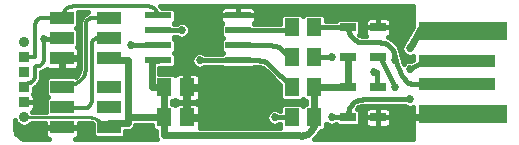
<source format=gtl>
G75*
%MOIN*%
%OFA0B0*%
%FSLAX24Y24*%
%IPPOS*%
%LPD*%
%AMOC8*
5,1,8,0,0,1.08239X$1,22.5*
%
%ADD10R,0.0512X0.0591*%
%ADD11R,0.0531X0.0315*%
%ADD12R,0.0870X0.0240*%
%ADD13R,0.0787X0.0433*%
%ADD14R,0.0350X0.0320*%
%ADD15C,0.0350*%
%ADD16R,0.2953X0.0591*%
%ADD17R,0.2559X0.0394*%
%ADD18C,0.0240*%
%ADD19C,0.0150*%
%ADD20C,0.0100*%
%ADD21C,0.0160*%
%ADD22C,0.0120*%
%ADD23C,0.0270*%
%ADD24C,0.0060*%
D10*
X005806Y001542D03*
X006554Y001542D03*
X006554Y002542D03*
X005806Y002542D03*
X010056Y002542D03*
X010804Y002542D03*
X010804Y001542D03*
X010056Y001542D03*
X010056Y003542D03*
X010804Y003542D03*
X010804Y004542D03*
X010056Y004542D03*
D11*
X011930Y004542D03*
X012930Y004542D03*
X012930Y003542D03*
X011930Y003542D03*
X011930Y002542D03*
X012930Y002542D03*
X012930Y001542D03*
X011930Y001542D03*
D12*
X008260Y003442D03*
X008260Y003942D03*
X008260Y004442D03*
X008260Y004942D03*
X005610Y004942D03*
X005610Y004442D03*
X005610Y003942D03*
X005610Y003442D03*
D13*
X003967Y003523D03*
X002393Y003523D03*
X002393Y004192D03*
X003967Y004192D03*
X003967Y004861D03*
X002393Y004861D03*
X002393Y002551D03*
X003967Y002551D03*
X003967Y001882D03*
X002393Y001882D03*
X002393Y001213D03*
X003967Y001213D03*
D14*
X001130Y002042D03*
X001130Y002542D03*
X001130Y003042D03*
X001130Y003542D03*
D15*
X001130Y004042D03*
X001130Y001542D03*
D16*
X015759Y001664D03*
X015759Y004420D03*
D17*
X015562Y003436D03*
X015562Y002648D03*
D18*
X015881Y001580D02*
X013780Y001542D01*
X010804Y001542D02*
X010804Y001342D01*
X010798Y001301D01*
X010787Y001260D01*
X010773Y001221D01*
X010756Y001183D01*
X010735Y001147D01*
X010710Y001112D01*
X010683Y001081D01*
X010653Y001052D01*
X010620Y001026D01*
X010585Y001003D01*
X010548Y000983D01*
X010510Y000967D01*
X010470Y000954D01*
X010429Y000945D01*
X010388Y000940D01*
X010346Y000939D01*
X010304Y000942D01*
X005780Y000942D01*
X005806Y002542D01*
X005380Y002542D01*
X005380Y003442D01*
X005610Y003442D01*
X004580Y003442D02*
X004580Y001542D01*
X004580Y001342D01*
X003967Y001342D01*
X004580Y001542D02*
X005780Y001542D01*
X005780Y000942D01*
X005806Y001542D02*
X005806Y002542D01*
X005780Y002542D01*
X004580Y003442D02*
X003980Y003442D01*
X010804Y002542D02*
X010804Y001542D01*
X010804Y002542D02*
X011930Y002542D01*
X011930Y003542D01*
X013980Y003842D02*
X014380Y004580D01*
D19*
X011930Y004542D02*
X010804Y004542D01*
X008380Y003942D02*
X008260Y003942D01*
X009980Y003542D02*
X010056Y003542D01*
X003967Y003442D02*
X003967Y003523D01*
X005780Y001542D02*
X005806Y001542D01*
X003967Y001342D02*
X003967Y001213D01*
D20*
X003967Y001342D02*
X003680Y001342D01*
X003553Y001469D02*
X003532Y001487D01*
X003509Y001504D01*
X003484Y001517D01*
X003459Y001528D01*
X003432Y001536D01*
X003404Y001540D01*
X003376Y001542D01*
X001130Y001542D01*
D21*
X000980Y000881D02*
X001110Y000827D01*
X001180Y000820D01*
X001962Y000820D01*
X001929Y000829D01*
X001888Y000852D01*
X001855Y000886D01*
X001831Y000927D01*
X001819Y000973D01*
X001819Y001185D01*
X002364Y001185D01*
X002364Y001241D01*
X001819Y001241D01*
X001819Y001352D01*
X001385Y001352D01*
X001308Y001275D01*
X001193Y001227D01*
X001067Y001227D01*
X000952Y001275D01*
X000863Y001364D01*
X000820Y001467D01*
X000820Y001180D01*
X000827Y001110D01*
X000881Y000980D01*
X000980Y000881D01*
X001082Y000839D02*
X001912Y000839D01*
X001819Y000997D02*
X000874Y000997D01*
X000822Y001156D02*
X001819Y001156D01*
X001580Y001142D02*
X002393Y001242D01*
X002393Y001213D01*
X002421Y001241D02*
X002421Y001352D01*
X002364Y001352D01*
X002364Y001241D01*
X002421Y001241D01*
X002966Y001241D01*
X002966Y001352D01*
X003376Y001352D01*
X003388Y001351D01*
X003388Y001351D01*
X003434Y001306D01*
X003434Y000938D01*
X003516Y000856D01*
X004419Y000856D01*
X004501Y000938D01*
X004501Y001082D01*
X004632Y001082D01*
X004727Y001122D01*
X004800Y001195D01*
X004837Y001282D01*
X005410Y001282D01*
X005410Y001189D01*
X005492Y001107D01*
X005520Y001107D01*
X005520Y000944D01*
X005519Y000895D01*
X005520Y000893D01*
X005520Y000890D01*
X005539Y000845D01*
X005549Y000820D01*
X002824Y000820D01*
X002856Y000829D01*
X002897Y000852D01*
X002930Y000886D01*
X002954Y000927D01*
X002966Y000973D01*
X002966Y001185D01*
X002421Y001185D01*
X002421Y001241D01*
X002421Y001314D02*
X002364Y001314D01*
X001819Y001314D02*
X001347Y001314D01*
X000913Y001314D02*
X000820Y001314D01*
X001405Y001732D02*
X001416Y001738D01*
X001449Y001772D01*
X001473Y001813D01*
X001485Y001859D01*
X001485Y002042D01*
X001130Y002042D01*
X001130Y002042D01*
X001580Y002042D01*
X001485Y002042D02*
X001485Y002226D01*
X001473Y002272D01*
X001449Y002313D01*
X001441Y002320D01*
X001445Y002324D01*
X001445Y002519D01*
X001570Y002590D01*
X001570Y002590D01*
X001570Y002590D01*
X001680Y002782D01*
X001680Y003067D01*
X001705Y003067D01*
X001880Y003168D01*
X001881Y003170D01*
X001888Y003162D01*
X001929Y003139D01*
X001975Y003126D01*
X002364Y003126D01*
X002364Y003495D01*
X002421Y003495D01*
X002421Y003551D01*
X002966Y003551D01*
X002966Y003763D01*
X002954Y003809D01*
X002930Y003850D01*
X002980Y003850D01*
X002930Y003850D02*
X002897Y003883D01*
X002894Y003885D01*
X002926Y003918D01*
X002926Y004467D01*
X002866Y004527D01*
X002926Y004587D01*
X002926Y005042D01*
X003276Y005042D01*
X003101Y004941D01*
X003101Y004941D01*
X002980Y004732D01*
X002980Y003142D01*
X002974Y003084D01*
X002929Y002976D01*
X002853Y002899D01*
X002844Y002908D01*
X001941Y002908D01*
X001859Y002826D01*
X001859Y002277D01*
X001919Y002217D01*
X001859Y002157D01*
X001859Y001732D01*
X001405Y001732D01*
X001459Y001790D02*
X001859Y001790D01*
X001859Y001948D02*
X001485Y001948D01*
X001485Y002042D02*
X001130Y002042D01*
X001485Y002107D02*
X001859Y002107D01*
X001871Y002265D02*
X001475Y002265D01*
X001445Y002424D02*
X001859Y002424D01*
X001859Y002582D02*
X001555Y002582D01*
X001656Y002741D02*
X001859Y002741D01*
X001932Y002899D02*
X001680Y002899D01*
X001680Y003058D02*
X002963Y003058D01*
X002897Y003162D02*
X002856Y003139D01*
X002810Y003126D01*
X002421Y003126D01*
X002421Y003495D01*
X002966Y003495D01*
X002966Y003283D01*
X002954Y003237D01*
X002930Y003196D01*
X002897Y003162D01*
X002942Y003216D02*
X002980Y003216D01*
X002966Y003375D02*
X002980Y003375D01*
X002980Y003533D02*
X002421Y003533D01*
X002421Y003375D02*
X002364Y003375D01*
X002364Y003216D02*
X002421Y003216D01*
X001880Y003168D02*
X001880Y003168D01*
X001880Y003168D01*
X002966Y003692D02*
X002980Y003692D01*
X002980Y004009D02*
X002926Y004009D01*
X002926Y004167D02*
X002980Y004167D01*
X002980Y004326D02*
X002926Y004326D01*
X002909Y004484D02*
X002980Y004484D01*
X002980Y004643D02*
X002926Y004643D01*
X002926Y004801D02*
X003020Y004801D01*
X003101Y004941D02*
X003101Y004941D01*
X003133Y004960D02*
X002926Y004960D01*
X002393Y004192D02*
X002391Y004179D01*
X002386Y004167D01*
X002378Y004157D01*
X002368Y004149D01*
X002356Y004144D01*
X002343Y004142D01*
X001780Y004142D01*
X003967Y003442D02*
X003980Y003442D01*
X005640Y003182D02*
X005640Y002977D01*
X006120Y002977D01*
X006152Y002945D01*
X006154Y002948D01*
X006188Y002982D01*
X006229Y003005D01*
X006274Y003017D01*
X006506Y003017D01*
X006506Y002590D01*
X006602Y002590D01*
X006990Y002590D01*
X006990Y002861D01*
X006978Y002907D01*
X006954Y002948D01*
X006920Y002982D01*
X006879Y003005D01*
X006834Y003017D01*
X006602Y003017D01*
X006602Y002590D01*
X006602Y002494D01*
X006602Y002067D01*
X006834Y002067D01*
X006879Y002079D01*
X006920Y002103D01*
X006954Y002136D01*
X006978Y002177D01*
X006990Y002223D01*
X006990Y002494D01*
X006602Y002494D01*
X006506Y002494D01*
X006506Y002067D01*
X006274Y002067D01*
X006229Y002079D01*
X006188Y002103D01*
X006154Y002136D01*
X006152Y002139D01*
X006120Y002107D01*
X006066Y002107D01*
X006066Y001977D01*
X006120Y001977D01*
X006152Y001945D01*
X006154Y001948D01*
X006188Y001982D01*
X006229Y002005D01*
X006274Y002017D01*
X006506Y002017D01*
X006506Y001590D01*
X006602Y001590D01*
X006990Y001590D01*
X006990Y001861D01*
X006978Y001907D01*
X006954Y001948D01*
X006920Y001982D01*
X006879Y002005D01*
X006834Y002017D01*
X006602Y002017D01*
X006602Y001590D01*
X006602Y001494D01*
X006990Y001494D01*
X006990Y001223D01*
X006984Y001202D01*
X009660Y001202D01*
X009660Y001322D01*
X009649Y001322D01*
X009636Y001309D01*
X009535Y001267D01*
X009425Y001267D01*
X009324Y001309D01*
X009247Y001386D01*
X009205Y001487D01*
X009205Y001597D01*
X009247Y001698D01*
X009324Y001775D01*
X009425Y001817D01*
X009535Y001817D01*
X009636Y001775D01*
X009649Y001762D01*
X009660Y001762D01*
X009660Y001895D01*
X009742Y001977D01*
X010370Y001977D01*
X010430Y001917D01*
X010490Y001977D01*
X010544Y001977D01*
X010544Y002107D01*
X010490Y002107D01*
X010430Y002167D01*
X010370Y002107D01*
X009742Y002107D01*
X009660Y002189D01*
X009660Y002627D01*
X009211Y003076D01*
X009210Y003077D01*
X009147Y003140D01*
X009104Y003175D01*
X009004Y003217D01*
X008949Y003222D01*
X008793Y003222D01*
X008753Y003182D01*
X007767Y003182D01*
X007727Y003222D01*
X007149Y003222D01*
X007136Y003209D01*
X007035Y003167D01*
X006925Y003167D01*
X006824Y003209D01*
X006747Y003286D01*
X006705Y003387D01*
X006705Y003497D01*
X006747Y003598D01*
X006824Y003675D01*
X006925Y003717D01*
X007035Y003717D01*
X007136Y003675D01*
X007149Y003662D01*
X007727Y003662D01*
X007757Y003692D01*
X007685Y003764D01*
X007685Y004120D01*
X007757Y004192D01*
X007685Y004264D01*
X007685Y004620D01*
X007733Y004668D01*
X007714Y004678D01*
X007681Y004712D01*
X007657Y004753D01*
X007645Y004799D01*
X007645Y004942D01*
X008260Y004942D01*
X008260Y004942D01*
X008260Y004942D01*
X008875Y004942D01*
X008875Y004799D01*
X008863Y004753D01*
X008839Y004712D01*
X008806Y004678D01*
X008787Y004668D01*
X008793Y004662D01*
X009660Y004662D01*
X009660Y004895D01*
X009742Y004977D01*
X010370Y004977D01*
X010430Y004917D01*
X010490Y004977D01*
X011118Y004977D01*
X011200Y004895D01*
X011200Y004757D01*
X011524Y004757D01*
X011524Y004758D01*
X011606Y004840D01*
X012254Y004840D01*
X012336Y004758D01*
X012336Y004327D01*
X012305Y004296D01*
X012381Y004267D01*
X012432Y004262D01*
X012532Y004262D01*
X012520Y004274D01*
X012497Y004315D01*
X012484Y004361D01*
X012484Y004542D01*
X012930Y004542D01*
X012930Y004542D01*
X012930Y004542D01*
X013376Y004542D01*
X013376Y004361D01*
X013363Y004315D01*
X013340Y004274D01*
X013306Y004241D01*
X013265Y004217D01*
X013245Y004212D01*
X013388Y004153D01*
X013388Y004153D01*
X013590Y003950D01*
X013590Y003950D01*
X013700Y003685D01*
X013700Y003611D01*
X013713Y003598D01*
X013755Y003497D01*
X013755Y003387D01*
X013754Y003386D01*
X013781Y003332D01*
X013824Y003375D01*
X013925Y003417D01*
X014012Y003417D01*
X014080Y003458D01*
X014080Y003586D01*
X014035Y003567D01*
X013925Y003567D01*
X013824Y003609D01*
X013747Y003686D01*
X013705Y003787D01*
X013705Y003897D01*
X013747Y003998D01*
X013795Y004046D01*
X014080Y004572D01*
X014080Y005264D01*
X005665Y005264D01*
X005704Y005225D01*
X005704Y005225D01*
X005713Y005202D01*
X006103Y005202D01*
X006185Y005120D01*
X006185Y004764D01*
X006113Y004692D01*
X006143Y004662D01*
X006211Y004662D01*
X006224Y004675D01*
X006325Y004717D01*
X006435Y004717D01*
X006536Y004675D01*
X006613Y004598D01*
X006655Y004497D01*
X006655Y004387D01*
X006613Y004286D01*
X006536Y004209D01*
X006435Y004167D01*
X006325Y004167D01*
X006224Y004209D01*
X006211Y004222D01*
X006143Y004222D01*
X006113Y004192D01*
X006185Y004120D01*
X006185Y003764D01*
X006113Y003692D01*
X006185Y003620D01*
X006185Y003264D01*
X006103Y003182D01*
X005640Y003182D01*
X005640Y003058D02*
X009230Y003058D01*
X009005Y003216D02*
X008787Y003216D01*
X009302Y003296D02*
X010056Y002542D01*
X009660Y002582D02*
X006602Y002582D01*
X006602Y002741D02*
X006506Y002741D01*
X006506Y002899D02*
X006602Y002899D01*
X006980Y002899D02*
X009388Y002899D01*
X009303Y003296D02*
X009270Y003325D01*
X009236Y003352D01*
X009199Y003375D01*
X009160Y003395D01*
X009120Y003412D01*
X009078Y003425D01*
X009036Y003434D01*
X008993Y003440D01*
X008949Y003442D01*
X008260Y003442D01*
X006980Y003442D01*
X006720Y003533D02*
X006185Y003533D01*
X006114Y003692D02*
X006863Y003692D01*
X007097Y003692D02*
X007756Y003692D01*
X007685Y003850D02*
X006185Y003850D01*
X006185Y004009D02*
X007685Y004009D01*
X007732Y004167D02*
X006138Y004167D01*
X006629Y004326D02*
X007685Y004326D01*
X007685Y004484D02*
X006655Y004484D01*
X006569Y004643D02*
X007707Y004643D01*
X007645Y004801D02*
X006185Y004801D01*
X006185Y004960D02*
X007645Y004960D01*
X007645Y004942D02*
X008260Y004942D01*
X008875Y004942D01*
X008875Y005086D01*
X008863Y005132D01*
X008839Y005173D01*
X008806Y005206D01*
X008764Y005230D01*
X008719Y005242D01*
X008260Y005242D01*
X007801Y005242D01*
X007756Y005230D01*
X007714Y005206D01*
X007681Y005173D01*
X007657Y005132D01*
X007645Y005086D01*
X007645Y004942D01*
X007654Y005118D02*
X006185Y005118D01*
X006380Y004442D02*
X005610Y004442D01*
X005610Y003942D02*
X004680Y003942D01*
X006185Y003375D02*
X006710Y003375D01*
X006817Y003216D02*
X006137Y003216D01*
X007143Y003216D02*
X007733Y003216D01*
X006990Y002741D02*
X009547Y002741D01*
X009660Y002424D02*
X006990Y002424D01*
X006990Y002265D02*
X009660Y002265D01*
X010544Y002107D02*
X006924Y002107D01*
X006602Y002107D02*
X006506Y002107D01*
X006184Y002107D02*
X006066Y002107D01*
X006149Y001948D02*
X006154Y001948D01*
X006506Y001948D02*
X006602Y001948D01*
X006954Y001948D02*
X009713Y001948D01*
X009660Y001790D02*
X009602Y001790D01*
X009358Y001790D02*
X006990Y001790D01*
X006602Y001790D02*
X006506Y001790D01*
X006506Y001631D02*
X006602Y001631D01*
X006554Y001542D02*
X007280Y001542D01*
X006990Y001473D02*
X009211Y001473D01*
X009319Y001314D02*
X006990Y001314D01*
X007280Y001542D02*
X007306Y001540D01*
X007332Y001535D01*
X007357Y001527D01*
X007380Y001515D01*
X007402Y001501D01*
X007421Y001483D01*
X007439Y001464D01*
X007453Y001442D01*
X007465Y001419D01*
X007473Y001394D01*
X007478Y001368D01*
X007480Y001342D01*
X006990Y001631D02*
X009219Y001631D01*
X009480Y001542D02*
X010056Y001542D01*
X009660Y001314D02*
X009641Y001314D01*
X010780Y000820D02*
X010910Y000924D01*
X010910Y000924D01*
X010910Y000924D01*
X011011Y001107D01*
X011118Y001107D01*
X011200Y001189D01*
X011200Y001333D01*
X011224Y001309D01*
X011325Y001267D01*
X011435Y001267D01*
X011536Y001309D01*
X011539Y001312D01*
X011606Y001245D01*
X012254Y001245D01*
X012336Y001327D01*
X012336Y001758D01*
X012254Y001840D01*
X012239Y001840D01*
X012274Y001875D01*
X012375Y001917D01*
X012430Y001922D01*
X013811Y001922D01*
X013824Y001909D01*
X013925Y001867D01*
X014035Y001867D01*
X014080Y001886D01*
X014080Y000820D01*
X010780Y000820D01*
X010803Y000839D02*
X014080Y000839D01*
X013780Y000942D02*
X013780Y001542D01*
X012930Y001542D01*
X012930Y001205D01*
X013219Y001205D01*
X013265Y001217D01*
X013306Y001241D01*
X013340Y001274D01*
X013363Y001315D01*
X013376Y001361D01*
X013376Y001542D01*
X012930Y001542D01*
X012930Y001542D01*
X012930Y001205D01*
X012641Y001205D01*
X012595Y001217D01*
X012554Y001241D01*
X012520Y001274D01*
X012497Y001315D01*
X012484Y001361D01*
X012484Y001542D01*
X012930Y001542D01*
X012930Y001542D01*
X012930Y001542D01*
X013376Y001542D01*
X013376Y001723D01*
X013363Y001769D01*
X013340Y001810D01*
X013306Y001844D01*
X013265Y001867D01*
X013219Y001880D01*
X012930Y001880D01*
X012641Y001880D01*
X012595Y001867D01*
X012554Y001844D01*
X012520Y001810D01*
X012497Y001769D01*
X012484Y001723D01*
X012484Y001542D01*
X012930Y001542D01*
X012930Y001880D01*
X012930Y001542D01*
X012930Y001542D01*
X012930Y001473D02*
X012930Y001473D01*
X012930Y001314D02*
X012930Y001314D01*
X012497Y001314D02*
X012323Y001314D01*
X012336Y001473D02*
X012484Y001473D01*
X012484Y001631D02*
X012336Y001631D01*
X011930Y001642D02*
X011932Y001686D01*
X011938Y001729D01*
X011947Y001771D01*
X011960Y001813D01*
X011977Y001853D01*
X011997Y001892D01*
X012020Y001929D01*
X012047Y001963D01*
X012076Y001996D01*
X012109Y002025D01*
X012143Y002052D01*
X012180Y002075D01*
X012219Y002095D01*
X012259Y002112D01*
X012301Y002125D01*
X012343Y002134D01*
X012386Y002140D01*
X012430Y002142D01*
X013980Y002142D01*
X014080Y001790D02*
X013352Y001790D01*
X012930Y001790D02*
X012930Y001790D01*
X012508Y001790D02*
X012304Y001790D01*
X011930Y001642D02*
X011930Y001542D01*
X011380Y001542D01*
X011219Y001314D02*
X011200Y001314D01*
X011166Y001156D02*
X014080Y001156D01*
X014080Y001314D02*
X013363Y001314D01*
X013376Y001473D02*
X014080Y001473D01*
X014080Y001631D02*
X013376Y001631D01*
X012930Y001631D02*
X012930Y001631D01*
X014080Y000997D02*
X010950Y000997D01*
X010461Y001948D02*
X010399Y001948D01*
X012880Y002542D02*
X012930Y002542D01*
X012880Y002542D02*
X012880Y003042D01*
X012780Y003042D01*
X013480Y003442D02*
X013742Y002919D01*
X013980Y003142D02*
X014380Y003380D01*
X015562Y003436D01*
X015562Y002648D02*
X015511Y002632D01*
X015460Y002620D01*
X015408Y002610D01*
X015356Y002605D01*
X015304Y002602D01*
X015251Y002603D01*
X015198Y002607D01*
X015146Y002615D01*
X015095Y002627D01*
X015044Y002641D01*
X014995Y002659D01*
X014946Y002680D01*
X014947Y002680D02*
X014189Y002642D01*
X013480Y002542D02*
X012980Y003542D01*
X013480Y003542D02*
X013478Y003586D01*
X013472Y003629D01*
X013463Y003671D01*
X013450Y003713D01*
X013433Y003753D01*
X013413Y003792D01*
X013390Y003829D01*
X013363Y003863D01*
X013334Y003896D01*
X013301Y003925D01*
X013267Y003952D01*
X013230Y003975D01*
X013191Y003995D01*
X013151Y004012D01*
X013109Y004025D01*
X013067Y004034D01*
X013024Y004040D01*
X012980Y004042D01*
X012432Y004042D01*
X013353Y004167D02*
X013860Y004167D01*
X013757Y004009D02*
X013532Y004009D01*
X013632Y003850D02*
X013705Y003850D01*
X013697Y003692D02*
X013745Y003692D01*
X013740Y003533D02*
X014080Y003533D01*
X013823Y003375D02*
X013760Y003375D01*
X013480Y003442D02*
X013480Y003542D01*
X012980Y003542D02*
X012930Y003542D01*
X013742Y002918D02*
X013762Y002881D01*
X013786Y002846D01*
X013813Y002813D01*
X013842Y002782D01*
X013874Y002754D01*
X013908Y002728D01*
X013944Y002706D01*
X013982Y002687D01*
X014022Y002671D01*
X014063Y002658D01*
X014104Y002649D01*
X014146Y002644D01*
X014189Y002642D01*
X011380Y003542D02*
X010804Y003542D01*
X009980Y003542D02*
X009726Y003796D01*
X009373Y003942D02*
X008260Y003942D01*
X008260Y004442D02*
X009880Y004442D01*
X009880Y004542D01*
X010056Y004542D01*
X010080Y004542D01*
X009660Y004801D02*
X008875Y004801D01*
X008875Y004960D02*
X009724Y004960D01*
X010388Y004960D02*
X010472Y004960D01*
X011136Y004960D02*
X014080Y004960D01*
X014080Y005118D02*
X008866Y005118D01*
X008260Y005118D02*
X008260Y005118D01*
X008260Y005242D02*
X008260Y004942D01*
X008260Y004942D01*
X008260Y005242D01*
X008260Y004960D02*
X008260Y004960D01*
X011200Y004801D02*
X011568Y004801D01*
X011930Y004542D02*
X011935Y004492D01*
X012336Y004484D02*
X012484Y004484D01*
X012484Y004542D02*
X012930Y004542D01*
X013480Y004542D01*
X013376Y004542D02*
X013376Y004723D01*
X013363Y004769D01*
X013340Y004810D01*
X013306Y004844D01*
X013265Y004867D01*
X013219Y004880D01*
X012930Y004880D01*
X012641Y004880D01*
X012595Y004867D01*
X012554Y004844D01*
X012520Y004810D01*
X012497Y004769D01*
X012484Y004723D01*
X012484Y004542D01*
X012432Y004042D02*
X012389Y004044D01*
X012346Y004049D01*
X012304Y004059D01*
X012262Y004072D01*
X012222Y004088D01*
X012184Y004108D01*
X012147Y004131D01*
X012113Y004157D01*
X012081Y004186D01*
X012051Y004218D01*
X012025Y004252D01*
X012001Y004288D01*
X011981Y004326D01*
X011964Y004366D01*
X011950Y004407D01*
X011941Y004449D01*
X011934Y004492D01*
X012336Y004643D02*
X012484Y004643D01*
X012930Y004643D02*
X012930Y004643D01*
X012930Y004542D02*
X012930Y004880D01*
X012930Y004542D01*
X013376Y004542D01*
X013376Y004484D02*
X014032Y004484D01*
X014080Y004643D02*
X013376Y004643D01*
X013345Y004801D02*
X014080Y004801D01*
X014380Y004580D02*
X015680Y004580D01*
X015759Y004420D01*
X013946Y004326D02*
X013366Y004326D01*
X012930Y004542D02*
X012930Y004542D01*
X012930Y004801D02*
X012930Y004801D01*
X012515Y004801D02*
X012292Y004801D01*
X012335Y004326D02*
X012494Y004326D01*
X009727Y003796D02*
X009694Y003825D01*
X009660Y003852D01*
X009623Y003875D01*
X009584Y003895D01*
X009544Y003912D01*
X009502Y003925D01*
X009460Y003934D01*
X009417Y003940D01*
X009373Y003942D01*
X006602Y002424D02*
X006506Y002424D01*
X006506Y002265D02*
X006602Y002265D01*
X003425Y001314D02*
X002966Y001314D01*
X003180Y001242D02*
X003180Y001213D01*
X002966Y001156D02*
X003434Y001156D01*
X003434Y000997D02*
X002966Y000997D01*
X002873Y000839D02*
X005541Y000839D01*
X005520Y000997D02*
X004501Y000997D01*
X004761Y001156D02*
X005444Y001156D01*
X001180Y002542D02*
X001130Y002542D01*
X015759Y001664D02*
X015881Y001580D01*
D22*
X005610Y004942D02*
X005580Y004942D01*
X005578Y004976D01*
X005572Y005009D01*
X005563Y005041D01*
X005550Y005072D01*
X005534Y005102D01*
X005515Y005129D01*
X005492Y005154D01*
X005467Y005177D01*
X005440Y005196D01*
X005410Y005212D01*
X005379Y005225D01*
X005347Y005234D01*
X005314Y005240D01*
X005280Y005242D01*
X002773Y005242D01*
X002736Y005240D01*
X002699Y005235D01*
X002662Y005226D01*
X002627Y005213D01*
X002593Y005197D01*
X002561Y005178D01*
X002531Y005156D01*
X002504Y005130D01*
X002478Y005103D01*
X002456Y005073D01*
X002437Y005041D01*
X002421Y005007D01*
X002408Y004972D01*
X002399Y004935D01*
X002394Y004898D01*
X002392Y004861D01*
X002393Y004861D02*
X001750Y004861D01*
X001720Y004859D01*
X001690Y004854D01*
X001661Y004845D01*
X001634Y004832D01*
X001608Y004817D01*
X001584Y004798D01*
X001563Y004777D01*
X001544Y004753D01*
X001529Y004727D01*
X001516Y004700D01*
X001507Y004671D01*
X001502Y004641D01*
X001500Y004611D01*
X001500Y003542D01*
X001130Y003542D01*
X001605Y003267D02*
X001630Y003269D01*
X001654Y003274D01*
X001678Y003283D01*
X001700Y003295D01*
X001720Y003310D01*
X001737Y003327D01*
X001752Y003347D01*
X001764Y003369D01*
X001773Y003393D01*
X001778Y003417D01*
X001780Y003442D01*
X001780Y004142D01*
X003180Y004611D02*
X003180Y003142D01*
X003178Y003098D01*
X003172Y003055D01*
X003163Y003013D01*
X003150Y002971D01*
X003133Y002931D01*
X003113Y002892D01*
X003090Y002855D01*
X003063Y002821D01*
X003034Y002788D01*
X003001Y002759D01*
X002967Y002732D01*
X002930Y002709D01*
X002891Y002689D01*
X002851Y002672D01*
X002809Y002659D01*
X002767Y002650D01*
X002724Y002644D01*
X002680Y002642D01*
X002393Y002642D01*
X002393Y002551D01*
X001480Y002892D02*
X001480Y003142D01*
X001482Y003162D01*
X001486Y003181D01*
X001494Y003199D01*
X001504Y003215D01*
X001517Y003230D01*
X001532Y003243D01*
X001548Y003253D01*
X001566Y003261D01*
X001585Y003265D01*
X001605Y003267D01*
X001480Y002892D02*
X001478Y002864D01*
X001473Y002837D01*
X001464Y002811D01*
X001452Y002786D01*
X001436Y002763D01*
X001418Y002742D01*
X001397Y002724D01*
X001374Y002708D01*
X001349Y002696D01*
X001323Y002687D01*
X001296Y002682D01*
X001268Y002680D01*
X001246Y002678D01*
X001225Y002673D01*
X001205Y002665D01*
X001187Y002654D01*
X001170Y002640D01*
X001156Y002623D01*
X001145Y002605D01*
X001137Y002585D01*
X001132Y002564D01*
X001130Y002542D01*
X003130Y001842D02*
X003160Y001844D01*
X003190Y001849D01*
X003219Y001858D01*
X003246Y001871D01*
X003272Y001886D01*
X003296Y001905D01*
X003317Y001926D01*
X003336Y001950D01*
X003351Y001976D01*
X003364Y002003D01*
X003373Y002032D01*
X003378Y002062D01*
X003380Y002092D01*
X003380Y003942D01*
X003382Y003972D01*
X003387Y004002D01*
X003396Y004031D01*
X003409Y004058D01*
X003424Y004084D01*
X003443Y004108D01*
X003464Y004129D01*
X003488Y004148D01*
X003514Y004163D01*
X003541Y004176D01*
X003570Y004185D01*
X003600Y004190D01*
X003630Y004192D01*
X003967Y004192D01*
X003430Y004861D02*
X003400Y004859D01*
X003370Y004854D01*
X003341Y004845D01*
X003314Y004832D01*
X003288Y004817D01*
X003264Y004798D01*
X003243Y004777D01*
X003224Y004753D01*
X003209Y004727D01*
X003196Y004700D01*
X003187Y004671D01*
X003182Y004641D01*
X003180Y004611D01*
X003430Y004861D02*
X003967Y004861D01*
X002393Y001882D02*
X002393Y001842D01*
X003130Y001842D01*
X003553Y001469D02*
X003680Y001342D01*
D23*
X001580Y001142D03*
X001580Y002042D03*
X001130Y003042D03*
X001780Y004142D03*
X004680Y003942D03*
X006380Y004442D03*
X006980Y003442D03*
X011380Y003542D03*
X012780Y003042D03*
X013480Y003442D03*
X013980Y003142D03*
X013480Y002542D03*
X013980Y002142D03*
X011380Y001542D03*
X009480Y001542D03*
X007480Y001342D03*
X013780Y000942D03*
X013980Y003842D03*
X013480Y004542D03*
D24*
X002420Y001262D02*
X002393Y001213D01*
M02*

</source>
